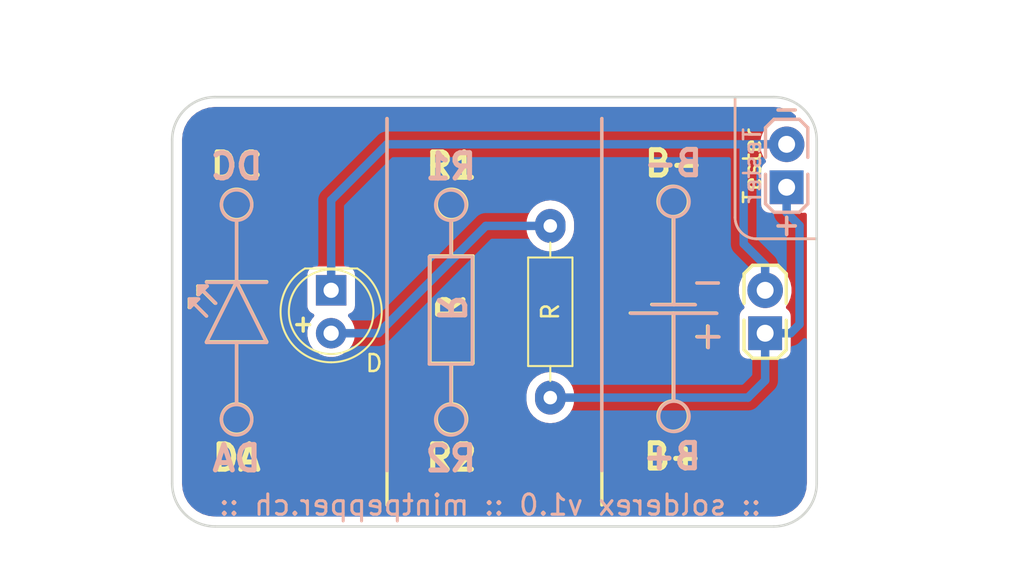
<source format=kicad_pcb>
(kicad_pcb (version 20171130) (host pcbnew "(5.1.4)-1")

  (general
    (thickness 1.6)
    (drawings 124)
    (tracks 18)
    (zones 0)
    (modules 4)
    (nets 4)
  )

  (page A4)
  (layers
    (0 F.Cu signal)
    (31 B.Cu signal)
    (32 B.Adhes user)
    (33 F.Adhes user)
    (34 B.Paste user)
    (35 F.Paste user)
    (36 B.SilkS user)
    (37 F.SilkS user)
    (38 B.Mask user)
    (39 F.Mask user)
    (40 Dwgs.User user)
    (41 Cmts.User user)
    (42 Eco1.User user)
    (43 Eco2.User user)
    (44 Edge.Cuts user)
    (45 Margin user)
    (46 B.CrtYd user)
    (47 F.CrtYd user)
    (48 B.Fab user)
    (49 F.Fab user)
  )

  (setup
    (last_trace_width 0.5)
    (trace_clearance 0.2)
    (zone_clearance 0.508)
    (zone_45_only no)
    (trace_min 0.2)
    (via_size 0.8)
    (via_drill 0.4)
    (via_min_size 0.4)
    (via_min_drill 0.3)
    (uvia_size 0.3)
    (uvia_drill 0.1)
    (uvias_allowed no)
    (uvia_min_size 0.2)
    (uvia_min_drill 0.1)
    (edge_width 0.15)
    (segment_width 0.2)
    (pcb_text_width 0.3)
    (pcb_text_size 1.5 1.5)
    (mod_edge_width 0.15)
    (mod_text_size 1 1)
    (mod_text_width 0.15)
    (pad_size 1.524 1.524)
    (pad_drill 0.762)
    (pad_to_mask_clearance 0.051)
    (solder_mask_min_width 0.25)
    (aux_axis_origin 88.9 50.8)
    (grid_origin 88.9 50.8)
    (visible_elements 7FFFFF7F)
    (pcbplotparams
      (layerselection 0x011f0_ffffffff)
      (usegerberextensions false)
      (usegerberattributes false)
      (usegerberadvancedattributes false)
      (creategerberjobfile false)
      (excludeedgelayer true)
      (linewidth 0.100000)
      (plotframeref false)
      (viasonmask false)
      (mode 1)
      (useauxorigin true)
      (hpglpennumber 1)
      (hpglpenspeed 20)
      (hpglpendiameter 15.000000)
      (psnegative false)
      (psa4output false)
      (plotreference true)
      (plotvalue true)
      (plotinvisibletext false)
      (padsonsilk false)
      (subtractmaskfromsilk false)
      (outputformat 1)
      (mirror false)
      (drillshape 0)
      (scaleselection 1)
      (outputdirectory "gerberV1.0"))
  )

  (net 0 "")
  (net 1 "Net-(D1-Pad2)")
  (net 2 "Net-(B1-Pad1)")
  (net 3 "Net-(B1-Pad2)")

  (net_class Default "This is the default net class."
    (clearance 0.2)
    (trace_width 0.5)
    (via_dia 0.8)
    (via_drill 0.4)
    (uvia_dia 0.3)
    (uvia_drill 0.1)
    (add_net "Net-(B1-Pad1)")
    (add_net "Net-(B1-Pad2)")
    (add_net "Net-(D1-Pad2)")
  )

  (module footprints:RES (layer F.Cu) (tedit 5D8C8FA3) (tstamp 5D8B8410)
    (at 111.252 68.58 90)
    (descr "Resistor, Axial_DIN0207 series, Axial, Horizontal, pin pitch=10.16mm, 0.25W = 1/4W, length*diameter=6.3*2.5mm^2, http://cdn-reichelt.de/documents/datenblatt/B400/1_4W%23YAG.pdf")
    (tags "Resistor Axial_DIN0207 series Axial Horizontal pin pitch 10.16mm 0.25W = 1/4W length 6.3mm diameter 2.5mm")
    (path /5D8B35E2)
    (fp_text reference R1 (at 5.25 0 90) (layer F.SilkS) hide
      (effects (font (size 1 1) (thickness 0.15)))
    )
    (fp_text value R (at 5.08 0 90) (layer F.SilkS)
      (effects (font (size 1 1) (thickness 0.15)))
    )
    (fp_line (start 1.93 -1.25) (end 1.93 1.25) (layer F.Fab) (width 0.1))
    (fp_line (start 1.93 1.25) (end 8.23 1.25) (layer F.Fab) (width 0.1))
    (fp_line (start 8.23 1.25) (end 8.23 -1.25) (layer F.Fab) (width 0.1))
    (fp_line (start 8.23 -1.25) (end 1.93 -1.25) (layer F.Fab) (width 0.1))
    (fp_line (start 0 0) (end 1.93 0) (layer F.Fab) (width 0.1))
    (fp_line (start 10.16 0) (end 8.23 0) (layer F.Fab) (width 0.1))
    (fp_line (start 1.87 -1.31) (end 1.87 1.31) (layer F.SilkS) (width 0.12))
    (fp_line (start 1.87 1.31) (end 8.29 1.31) (layer F.SilkS) (width 0.12))
    (fp_line (start 8.29 1.31) (end 8.29 -1.31) (layer F.SilkS) (width 0.12))
    (fp_line (start 8.29 -1.31) (end 1.87 -1.31) (layer F.SilkS) (width 0.12))
    (fp_line (start 0.98 0) (end 1.87 0) (layer F.SilkS) (width 0.12))
    (fp_line (start 9.18 0) (end 8.29 0) (layer F.SilkS) (width 0.12))
    (fp_line (start -1.05 -1.6) (end -1.05 1.6) (layer F.CrtYd) (width 0.05))
    (fp_line (start -1.05 1.6) (end 11.25 1.6) (layer F.CrtYd) (width 0.05))
    (fp_line (start 11.25 1.6) (end 11.25 -1.6) (layer F.CrtYd) (width 0.05))
    (fp_line (start 11.25 -1.6) (end -1.05 -1.6) (layer F.CrtYd) (width 0.05))
    (pad 1 thru_hole oval (at 0 0 90) (size 2 1.8) (drill 0.8) (layers *.Cu *.Mask)
      (net 2 "Net-(B1-Pad1)"))
    (pad 2 thru_hole oval (at 10.16 0 90) (size 2 1.8) (drill 0.8) (layers *.Cu *.Mask)
      (net 1 "Net-(D1-Pad2)"))
    (model ${KISYS3DMOD}/Resistor_THT.3dshapes/R_Axial_DIN0207_L6.3mm_D2.5mm_P10.16mm_Horizontal.step
      (at (xyz 0 0 0))
      (scale (xyz 1 1 1))
      (rotate (xyz 0 0 0))
    )
  )

  (module LED_THT:LED_D5.0mm (layer F.Cu) (tedit 5D8C8FD8) (tstamp 5D8B81F6)
    (at 98.298 62.23 270)
    (descr "LED, diameter 5.0mm, 2 pins, http://cdn-reichelt.de/documents/datenblatt/A500/LL-504BC2E-009.pdf")
    (tags "LED diameter 5.0mm 2 pins")
    (path /5D8B3911)
    (fp_text reference D1 (at 5.334 0) (layer F.SilkS) hide
      (effects (font (size 1 1) (thickness 0.15)))
    )
    (fp_text value D (at 4.318 -2.54) (layer F.SilkS)
      (effects (font (size 1 1) (thickness 0.15)))
    )
    (fp_arc (start 1.27 0) (end -1.23 -1.469694) (angle 299.1) (layer F.Fab) (width 0.1))
    (fp_arc (start 1.27 0) (end -1.29 -1.54483) (angle 148.9) (layer F.SilkS) (width 0.12))
    (fp_arc (start 1.27 0) (end -1.29 1.54483) (angle -148.9) (layer F.SilkS) (width 0.12))
    (fp_circle (center 1.27 0) (end 3.77 0) (layer F.Fab) (width 0.1))
    (fp_circle (center 1.27 0) (end 3.77 0) (layer F.SilkS) (width 0.12))
    (fp_line (start -1.23 -1.469694) (end -1.23 1.469694) (layer F.Fab) (width 0.1))
    (fp_line (start -1.29 -1.545) (end -1.29 1.545) (layer F.SilkS) (width 0.12))
    (fp_line (start -1.95 -3.25) (end -1.95 3.25) (layer F.CrtYd) (width 0.05))
    (fp_line (start -1.95 3.25) (end 4.5 3.25) (layer F.CrtYd) (width 0.05))
    (fp_line (start 4.5 3.25) (end 4.5 -3.25) (layer F.CrtYd) (width 0.05))
    (fp_line (start 4.5 -3.25) (end -1.95 -3.25) (layer F.CrtYd) (width 0.05))
    (fp_text user %R (at 1.25 0 270) (layer F.Fab)
      (effects (font (size 0.8 0.8) (thickness 0.2)))
    )
    (pad 1 thru_hole rect (at 0 0 270) (size 1.8 1.8) (drill 0.9) (layers *.Cu *.Mask)
      (net 3 "Net-(B1-Pad2)"))
    (pad 2 thru_hole circle (at 2.54 0 270) (size 1.8 1.8) (drill 0.9) (layers *.Cu *.Mask)
      (net 1 "Net-(D1-Pad2)"))
    (model ${KISYS3DMOD}/LED_THT.3dshapes/LED_D5.0mm_Clear.step
      (offset (xyz 0 0 -3.174999952316284))
      (scale (xyz 1 1 1))
      (rotate (xyz 0 0 0))
    )
  )

  (module footprints:BATT (layer F.Cu) (tedit 5D9DDE65) (tstamp 5D9DE878)
    (at 123.952 63.5)
    (path /5D8B380C)
    (fp_text reference B1 (at -7.62 0) (layer F.SilkS) hide
      (effects (font (size 1 1) (thickness 0.15)))
    )
    (fp_text value Batt (at -2.54 0 90) (layer F.SilkS) hide
      (effects (font (size 1 1) (thickness 0.15)))
    )
    (fp_line (start -0.75 -2.75) (end 0.75 -2.75) (layer F.SilkS) (width 0.2))
    (fp_line (start 0.75 -2.75) (end 1.25 -2.25) (layer F.SilkS) (width 0.2))
    (fp_line (start 1.25 -2.25) (end 1.25 -0.5) (layer F.SilkS) (width 0.2))
    (fp_line (start 1.25 0.5) (end 1.25 2.25) (layer F.SilkS) (width 0.2))
    (fp_line (start 1.25 2.25) (end 0.75 2.75) (layer F.SilkS) (width 0.2))
    (fp_line (start 0.75 2.75) (end -0.75 2.75) (layer F.SilkS) (width 0.2))
    (fp_line (start -0.75 2.75) (end -1.25 2.25) (layer F.SilkS) (width 0.2))
    (fp_line (start -1.25 2.25) (end -1.25 0.5) (layer F.SilkS) (width 0.2))
    (fp_line (start -1.25 -0.5) (end -1.25 -2.25) (layer F.SilkS) (width 0.2))
    (fp_line (start -1.25 -2.25) (end -0.75 -2.75) (layer F.SilkS) (width 0.2))
    (pad 1 thru_hole rect (at 0 1.27) (size 2 2) (drill 1) (layers *.Cu *.Mask)
      (net 2 "Net-(B1-Pad1)"))
    (pad 2 thru_hole circle (at 0 -1.27) (size 2.1 2.1) (drill 1) (layers *.Cu *.Mask)
      (net 3 "Net-(B1-Pad2)"))
  )

  (module footprints:BATT (layer B.Cu) (tedit 5D8B6E40) (tstamp 5D9DEF7E)
    (at 125.222 54.864 180)
    (path /5D9DDBC5)
    (fp_text reference J1 (at -7.62 0 180) (layer B.SilkS) hide
      (effects (font (size 1 1) (thickness 0.15)) (justify mirror))
    )
    (fp_text value Tester (at 2.032 0 90) (layer B.SilkS)
      (effects (font (size 1 1) (thickness 0.15)) (justify mirror))
    )
    (fp_line (start -1.25 2.25) (end -0.75 2.75) (layer B.SilkS) (width 0.2))
    (fp_line (start -1.25 0.5) (end -1.25 2.25) (layer B.SilkS) (width 0.2))
    (fp_line (start -1.25 -2.25) (end -1.25 -0.5) (layer B.SilkS) (width 0.2))
    (fp_line (start -0.75 -2.75) (end -1.25 -2.25) (layer B.SilkS) (width 0.2))
    (fp_line (start 0.75 -2.75) (end -0.75 -2.75) (layer B.SilkS) (width 0.2))
    (fp_line (start 1.25 -2.25) (end 0.75 -2.75) (layer B.SilkS) (width 0.2))
    (fp_line (start 1.25 -0.5) (end 1.25 -2.25) (layer B.SilkS) (width 0.2))
    (fp_line (start 1.25 2.25) (end 1.25 0.5) (layer B.SilkS) (width 0.2))
    (fp_line (start 0.75 2.75) (end 1.25 2.25) (layer B.SilkS) (width 0.2))
    (fp_line (start -0.75 2.75) (end 0.75 2.75) (layer B.SilkS) (width 0.2))
    (pad 2 thru_hole circle (at 0 1.27 180) (size 2.1 2.1) (drill 1) (layers *.Cu *.Mask)
      (net 3 "Net-(B1-Pad2)"))
    (pad 1 thru_hole rect (at 0 -1.27 180) (size 2 2) (drill 1) (layers *.Cu *.Mask)
      (net 2 "Net-(B1-Pad1)"))
    (model ${KISYS3DMOD}/Connector_PinHeader_2.54mm.3dshapes/PinHeader_1x02_P2.54mm_Vertical.step
      (offset (xyz 0 1.27 0))
      (scale (xyz 1 1 1))
      (rotate (xyz 0 0 0))
    )
  )

  (gr_text R2.54mm (at 135.636 78.486) (layer Dwgs.User)
    (effects (font (size 1 1) (thickness 0.15)))
  )
  (gr_line (start 126.238 75.438) (end 133.096 78.232) (layer Dwgs.User) (width 0.15))
  (gr_arc (start 123.444 57.912) (end 122.174 57.912) (angle -90) (layer F.SilkS) (width 0.15) (tstamp 5DA57A33))
  (gr_line (start 123.444 59.182) (end 127 59.182) (layer B.SilkS) (width 0.15) (tstamp 5DA57A32))
  (gr_line (start 122.174 50.8) (end 122.174 57.912) (layer F.SilkS) (width 0.15) (tstamp 5DA57A31))
  (gr_arc (start 123.444 57.912) (end 122.174 57.912) (angle -90) (layer B.SilkS) (width 0.15))
  (gr_line (start 123.444 59.182) (end 127 59.182) (layer F.SilkS) (width 0.15))
  (gr_line (start 122.174 50.8) (end 122.174 57.912) (layer B.SilkS) (width 0.15))
  (gr_text ":: solderex v1.0 :: mintpepper.ch ::" (at 107.696 74.93) (layer B.SilkS)
    (effects (font (size 1.2 1.2) (thickness 0.18)) (justify mirror))
  )
  (gr_text Tester (at 123.19 54.864 90) (layer F.SilkS)
    (effects (font (size 1 1) (thickness 0.15)))
  )
  (gr_line (start 125.73 51.562) (end 124.714 51.562) (layer B.SilkS) (width 0.2) (tstamp 5D9DF001))
  (gr_line (start 124.714 58.42) (end 125.73 58.42) (layer B.SilkS) (width 0.2) (tstamp 5D9DEFFB))
  (gr_line (start 125.222 58.928) (end 125.222 57.912) (layer B.SilkS) (width 0.2) (tstamp 5D9DEFFA))
  (gr_line (start 125.222 57.912) (end 125.222 58.928) (layer F.SilkS) (width 0.2))
  (gr_line (start 124.714 58.42) (end 125.73 58.42) (layer F.SilkS) (width 0.2))
  (gr_line (start 125.73 51.562) (end 124.714 51.562) (layer F.SilkS) (width 0.2))
  (dimension 38.1 (width 0.3) (layer Dwgs.User)
    (gr_text "38.100 mm" (at 107.95 46.16) (layer Dwgs.User)
      (effects (font (size 1.5 1.5) (thickness 0.3)))
    )
    (feature1 (pts (xy 127 50.8) (xy 127 47.673579)))
    (feature2 (pts (xy 88.9 50.8) (xy 88.9 47.673579)))
    (crossbar (pts (xy 88.9 48.26) (xy 127 48.26)))
    (arrow1a (pts (xy 127 48.26) (xy 125.873496 48.846421)))
    (arrow1b (pts (xy 127 48.26) (xy 125.873496 47.673579)))
    (arrow2a (pts (xy 88.9 48.26) (xy 90.026504 48.846421)))
    (arrow2b (pts (xy 88.9 48.26) (xy 90.026504 47.673579)))
  )
  (dimension 25.4 (width 0.3) (layer Dwgs.User)
    (gr_text "25.400 mm" (at 84.26 63.5 270) (layer Dwgs.User)
      (effects (font (size 1.5 1.5) (thickness 0.3)))
    )
    (feature1 (pts (xy 88.9 76.2) (xy 85.773579 76.2)))
    (feature2 (pts (xy 88.9 50.8) (xy 85.773579 50.8)))
    (crossbar (pts (xy 86.36 50.8) (xy 86.36 76.2)))
    (arrow1a (pts (xy 86.36 76.2) (xy 85.773579 75.073496)))
    (arrow1b (pts (xy 86.36 76.2) (xy 86.946421 75.073496)))
    (arrow2a (pts (xy 86.36 50.8) (xy 85.773579 51.926504)))
    (arrow2b (pts (xy 86.36 50.8) (xy 86.946421 51.926504)))
  )
  (gr_text DC (at 92.70573 54.903996) (layer B.SilkS) (tstamp 5D8CBA71)
    (effects (font (size 1.5 1.5) (thickness 0.3)) (justify mirror))
  )
  (gr_text DA (at 92.70573 72.175996) (layer B.SilkS) (tstamp 5D8CBA70)
    (effects (font (size 1.5 1.5) (thickness 0.3)) (justify mirror))
  )
  (gr_text R2 (at 105.371658 72.182585) (layer B.SilkS) (tstamp 5D8CBA6F)
    (effects (font (size 1.5 1.5) (thickness 0.3)) (justify mirror))
  )
  (gr_text R (at 105.371658 63.292585 270) (layer B.SilkS) (tstamp 5D8CBA6E)
    (effects (font (size 1.5 1.5) (thickness 0.3)) (justify mirror))
  )
  (gr_text B+ (at 118.44654 72.053416) (layer B.SilkS) (tstamp 5D9DF0A3)
    (effects (font (size 1.5 1.5) (thickness 0.3)) (justify mirror))
  )
  (gr_text R1 (at 105.371658 54.910585) (layer B.SilkS) (tstamp 5D8CBA6C)
    (effects (font (size 1.5 1.5) (thickness 0.3)) (justify mirror))
  )
  (gr_text B- (at 118.512214 54.714972) (layer B.SilkS) (tstamp 5D9DF0A6)
    (effects (font (size 1.5 1.5) (thickness 0.3)) (justify mirror))
  )
  (gr_line (start 90.932 63.754) (end 89.916 62.738) (layer B.SilkS) (width 0.2) (tstamp 5D8CBA6A))
  (gr_line (start 90.463996 61.98027) (end 90.971996 61.98027) (layer B.SilkS) (width 0.2) (tstamp 5D8CBA69))
  (gr_line (start 91.479996 62.99627) (end 90.463996 61.98027) (layer B.SilkS) (width 0.2) (tstamp 5D8CBA68))
  (gr_line (start 90.209996 62.74227) (end 90.209996 62.99627) (layer B.SilkS) (width 0.2) (tstamp 5D8CBA67))
  (gr_line (start 90.971996 61.98027) (end 90.717996 62.23427) (layer B.SilkS) (width 0.2) (tstamp 5D8CBA66))
  (gr_line (start 89.955996 62.99627) (end 90.209996 62.99627) (layer B.SilkS) (width 0.2) (tstamp 5D8CBA65))
  (gr_line (start 89.955996 63.25027) (end 89.955996 62.99627) (layer B.SilkS) (width 0.2) (tstamp 5D8CBA64))
  (gr_line (start 90.463996 62.74227) (end 89.955996 63.25027) (layer B.SilkS) (width 0.2) (tstamp 5D8CBA63))
  (gr_line (start 90.463996 61.98027) (end 90.463996 62.48827) (layer B.SilkS) (width 0.2) (tstamp 5D8CBA62))
  (gr_line (start 90.463996 62.23427) (end 90.463996 62.48827) (layer B.SilkS) (width 0.2) (tstamp 5D8CBA61))
  (gr_line (start 90.971996 61.98027) (end 90.463996 62.23427) (layer B.SilkS) (width 0.2) (tstamp 5D8CBA60))
  (gr_line (start 89.955996 62.74227) (end 89.955996 63.25027) (layer B.SilkS) (width 0.2) (tstamp 5D8CBA5F))
  (gr_line (start 89.955996 62.74227) (end 90.463996 62.74227) (layer B.SilkS) (width 0.2) (tstamp 5D8CBA5E))
  (gr_line (start 90.463996 62.48827) (end 90.717996 62.23427) (layer B.SilkS) (width 0.2) (tstamp 5D8CBA5D))
  (gr_circle (center 92.70573 57.189996) (end 92.07073 56.554996) (layer B.SilkS) (width 0.2) (tstamp 5D8CBA5C))
  (gr_line (start 117.289406 63.08562) (end 119.829406 63.08562) (layer B.SilkS) (width 0.2) (tstamp 5D9DF0B5))
  (gr_line (start 118.559406 63.08562) (end 118.559406 58.00562) (layer B.SilkS) (width 0.2) (tstamp 5D9DF0BE))
  (gr_circle (center 118.559406 69.68962) (end 119.194406 70.32462) (layer B.SilkS) (width 0.2) (tstamp 5D9DF0B8))
  (gr_line (start 118.559406 63.59362) (end 118.559406 68.67362) (layer B.SilkS) (width 0.2) (tstamp 5D9DF0AF))
  (gr_line (start 106.641658 60.244585) (end 104.101658 60.244585) (layer B.SilkS) (width 0.2) (tstamp 5D8CBA57))
  (gr_line (start 104.101658 60.244585) (end 104.101658 66.594585) (layer B.SilkS) (width 0.2) (tstamp 5D8CBA56))
  (gr_circle (center 118.559406 56.98962) (end 119.194406 57.62462) (layer B.SilkS) (width 0.2) (tstamp 5D9DF0AC))
  (gr_line (start 105.371658 60.244585) (end 105.371658 58.212585) (layer B.SilkS) (width 0.2) (tstamp 5D8CBA54))
  (gr_line (start 119.956406 64.99062) (end 121.226406 64.99062) (layer B.SilkS) (width 0.2) (tstamp 5D9DF0BB))
  (gr_line (start 114.3 72.898) (end 114.3 52.07) (layer B.SilkS) (width 0.2) (tstamp 5D8CBA52))
  (gr_circle (center 92.70573 69.889996) (end 92.07073 69.254996) (layer B.SilkS) (width 0.2) (tstamp 5D8CBA51))
  (gr_line (start 120.591406 65.62562) (end 120.591406 64.35562) (layer B.SilkS) (width 0.2) (tstamp 5D9DF0B2))
  (gr_circle (center 105.371658 69.896585) (end 104.736658 69.261585) (layer B.SilkS) (width 0.2) (tstamp 5D8CBA4F))
  (gr_line (start 119.916296 61.798326) (end 121.186296 61.798326) (layer B.SilkS) (width 0.2) (tstamp 5D9DF0A9))
  (gr_line (start 101.6 72.898) (end 101.6 52.07) (layer B.SilkS) (width 0.2) (tstamp 5D8CBA4D))
  (gr_line (start 105.371658 66.594585) (end 105.371658 68.880585) (layer B.SilkS) (width 0.2) (tstamp 5D8CBA4C))
  (gr_line (start 106.641658 66.594585) (end 106.641658 60.244585) (layer B.SilkS) (width 0.2) (tstamp 5D8CBA4B))
  (gr_line (start 92.70573 65.317996) (end 92.70573 68.873996) (layer B.SilkS) (width 0.2) (tstamp 5D8CBA4A))
  (gr_line (start 104.101658 66.594585) (end 106.641658 66.594585) (layer B.SilkS) (width 0.2) (tstamp 5D8CBA49))
  (gr_circle (center 105.371658 57.196585) (end 104.736658 56.561585) (layer B.SilkS) (width 0.2) (tstamp 5D8CBA48))
  (gr_line (start 92.70573 61.761996) (end 92.70573 58.205996) (layer B.SilkS) (width 0.2) (tstamp 5D8CBA47))
  (gr_line (start 121.099406 63.59362) (end 116.019406 63.59362) (layer B.SilkS) (width 0.2) (tstamp 5D9DF09A))
  (gr_line (start 94.48373 61.761996) (end 90.92773 61.761996) (layer B.SilkS) (width 0.2) (tstamp 5D8CBA45))
  (gr_line (start 94.48373 65.317996) (end 92.70573 61.761996) (layer B.SilkS) (width 0.2) (tstamp 5D8CBA42))
  (gr_line (start 90.92773 65.317996) (end 94.48373 65.317996) (layer B.SilkS) (width 0.2) (tstamp 5D8CBA41))
  (gr_line (start 92.70573 61.761996) (end 90.92773 65.317996) (layer B.SilkS) (width 0.2) (tstamp 5D8CBA40))
  (gr_text DA (at 92.71 72.136) (layer F.SilkS) (tstamp 5D8CB666)
    (effects (font (size 1.5 1.5) (thickness 0.3)))
  )
  (gr_text DC (at 92.71 54.864) (layer F.SilkS) (tstamp 5D8CB658)
    (effects (font (size 1.5 1.5) (thickness 0.3)))
  )
  (gr_line (start 90.424 62.23) (end 90.678 62.23) (layer F.SilkS) (width 0.2))
  (gr_line (start 90.678 61.976) (end 90.678 62.23) (layer F.SilkS) (width 0.2))
  (gr_line (start 90.932 61.976) (end 90.678 61.976) (layer F.SilkS) (width 0.2))
  (gr_line (start 90.424 62.484) (end 90.932 61.976) (layer F.SilkS) (width 0.2))
  (gr_line (start 89.916 63.246) (end 90.17 62.992) (layer F.SilkS) (width 0.2))
  (gr_line (start 90.424 62.738) (end 90.17 62.992) (layer F.SilkS) (width 0.2))
  (gr_line (start 90.17 62.738) (end 90.424 62.738) (layer F.SilkS) (width 0.2))
  (gr_line (start 89.916 63.246) (end 90.17 62.738) (layer F.SilkS) (width 0.2))
  (gr_line (start 89.916 62.738) (end 90.424 62.738) (layer F.SilkS) (width 0.2))
  (gr_line (start 90.424 61.976) (end 90.932 61.976) (layer F.SilkS) (width 0.2))
  (gr_line (start 90.424 61.976) (end 90.424 62.484) (layer F.SilkS) (width 0.2))
  (gr_line (start 91.44 62.992) (end 90.424 61.976) (layer F.SilkS) (width 0.2))
  (gr_line (start 89.916 62.738) (end 89.916 63.246) (layer F.SilkS) (width 0.2))
  (gr_line (start 90.932 63.754) (end 89.916 62.738) (layer F.SilkS) (width 0.2))
  (gr_line (start 90.932 65.278) (end 92.71 61.722) (layer F.SilkS) (width 0.2))
  (gr_line (start 94.488 65.278) (end 90.932 65.278) (layer F.SilkS) (width 0.2))
  (gr_line (start 92.71 61.722) (end 94.488 65.278) (layer F.SilkS) (width 0.2))
  (gr_line (start 90.932 61.722) (end 94.488 61.722) (layer F.SilkS) (width 0.2))
  (gr_line (start 96.647 63.881) (end 96.647 64.643) (layer F.SilkS) (width 0.2))
  (gr_line (start 96.266 64.262) (end 97.028 64.262) (layer F.SilkS) (width 0.2))
  (gr_circle (center 92.71 57.15) (end 93.345 56.515) (layer F.SilkS) (width 0.2) (tstamp 5D8C8B2F))
  (gr_circle (center 92.71 69.85) (end 93.345 69.215) (layer F.SilkS) (width 0.2) (tstamp 5D8C8B2E))
  (gr_line (start 92.71 61.722) (end 92.71 58.166) (layer F.SilkS) (width 0.2) (tstamp 5D8C8B2D))
  (gr_line (start 92.71 65.278) (end 92.71 68.834) (layer F.SilkS) (width 0.2) (tstamp 5D8C8B2C))
  (gr_text R2 (at 105.41 72.136) (layer F.SilkS) (tstamp 5D8C8AD3)
    (effects (font (size 1.5 1.5) (thickness 0.3)))
  )
  (gr_text R1 (at 105.41 54.864) (layer F.SilkS) (tstamp 5D8C8AD0)
    (effects (font (size 1.5 1.5) (thickness 0.3)))
  )
  (gr_text R (at 105.41 63.246 90) (layer F.SilkS)
    (effects (font (size 1.5 1.5) (thickness 0.3)))
  )
  (gr_line (start 104.14 66.548) (end 104.14 60.198) (layer F.SilkS) (width 0.2))
  (gr_line (start 106.68 66.548) (end 104.14 66.548) (layer F.SilkS) (width 0.2))
  (gr_line (start 106.68 60.198) (end 106.68 66.548) (layer F.SilkS) (width 0.2))
  (gr_line (start 104.14 60.198) (end 106.68 60.198) (layer F.SilkS) (width 0.2))
  (gr_line (start 105.41 60.198) (end 105.41 58.166) (layer F.SilkS) (width 0.2) (tstamp 5D8C8AAF))
  (gr_line (start 105.41 66.548) (end 105.41 68.834) (layer F.SilkS) (width 0.2) (tstamp 5D8C8AAE))
  (gr_circle (center 105.41 57.15) (end 106.045 56.515) (layer F.SilkS) (width 0.2) (tstamp 5D8C8AAD))
  (gr_circle (center 105.41 69.85) (end 106.045 69.215) (layer F.SilkS) (width 0.2) (tstamp 5D8C8AAC))
  (gr_line (start 114.3 52.07) (end 114.3 74.93) (layer F.SilkS) (width 0.2))
  (gr_line (start 101.6 52.07) (end 101.6 74.93) (layer F.SilkS) (width 0.2))
  (gr_line (start 121.186296 61.798326) (end 119.916296 61.798326) (layer F.SilkS) (width 0.2) (tstamp 5D9DF0CA))
  (gr_line (start 120.551296 65.608326) (end 120.551296 64.338326) (layer F.SilkS) (width 0.2) (tstamp 5D9DF0C7))
  (gr_line (start 121.186296 64.973326) (end 119.916296 64.973326) (layer F.SilkS) (width 0.2) (tstamp 5D9DF0C4))
  (gr_text B+ (at 118.48665 72.07071) (layer F.SilkS) (tstamp 5D9DF09D)
    (effects (font (size 1.5 1.5) (thickness 0.3)))
  )
  (gr_text B- (at 118.552324 54.732266) (layer F.SilkS) (tstamp 5D9DF0A0)
    (effects (font (size 1.5 1.5) (thickness 0.3)))
  )
  (gr_circle (center 118.519296 56.972326) (end 117.884296 57.607326) (layer F.SilkS) (width 0.2) (tstamp 5D9DF0C1))
  (gr_circle (center 118.519296 69.672326) (end 117.884296 70.307326) (layer F.SilkS) (width 0.2) (tstamp 5D9DF094))
  (gr_line (start 118.519296 63.576326) (end 118.519296 68.656326) (layer F.SilkS) (width 0.2) (tstamp 5D9DF097))
  (gr_line (start 118.519296 63.068326) (end 118.519296 57.988326) (layer F.SilkS) (width 0.2) (tstamp 5D9DF091))
  (gr_line (start 119.789296 63.068326) (end 117.249296 63.068326) (layer F.SilkS) (width 0.2) (tstamp 5D9DF08E))
  (gr_line (start 115.979296 63.576326) (end 121.059296 63.576326) (layer F.SilkS) (width 0.2) (tstamp 5D9DF08B))
  (gr_arc (start 91.44 73.66) (end 88.9 73.66) (angle -90) (layer Edge.Cuts) (width 0.15))
  (gr_arc (start 124.46 73.66) (end 124.46 76.2) (angle -90) (layer Edge.Cuts) (width 0.15))
  (gr_arc (start 124.46 53.34) (end 127 53.34) (angle -90) (layer Edge.Cuts) (width 0.15))
  (gr_arc (start 91.44 53.34) (end 91.44 50.8) (angle -90) (layer Edge.Cuts) (width 0.15))
  (gr_line (start 88.9 73.66) (end 88.9 53.34) (layer Edge.Cuts) (width 0.15))
  (gr_line (start 124.46 76.2) (end 91.44 76.2) (layer Edge.Cuts) (width 0.15))
  (gr_line (start 127 53.34) (end 127 73.66) (layer Edge.Cuts) (width 0.15))
  (gr_line (start 91.44 50.8) (end 124.46 50.8) (layer Edge.Cuts) (width 0.15))

  (segment (start 98.298 64.77) (end 101.092 64.77) (width 0.5) (layer B.Cu) (net 1))
  (segment (start 107.442 58.42) (end 111.252 58.42) (width 0.5) (layer B.Cu) (net 1))
  (segment (start 101.092 64.77) (end 107.442 58.42) (width 0.5) (layer B.Cu) (net 1))
  (segment (start 125.222 57.634) (end 125.984 58.396) (width 0.5) (layer B.Cu) (net 2))
  (segment (start 125.222 56.134) (end 125.222 57.634) (width 0.5) (layer B.Cu) (net 2))
  (segment (start 125.452 64.77) (end 123.952 64.77) (width 0.5) (layer B.Cu) (net 2))
  (segment (start 125.984 64.238) (end 125.452 64.77) (width 0.5) (layer B.Cu) (net 2))
  (segment (start 125.984 58.396) (end 125.984 64.238) (width 0.5) (layer B.Cu) (net 2))
  (segment (start 123.952 67.564) (end 123.952 64.77) (width 0.5) (layer B.Cu) (net 2))
  (segment (start 111.252 68.58) (end 122.936 68.58) (width 0.5) (layer B.Cu) (net 2))
  (segment (start 122.936 68.58) (end 123.952 67.564) (width 0.5) (layer B.Cu) (net 2))
  (segment (start 98.298 62.23) (end 98.298 56.896) (width 0.5) (layer B.Cu) (net 3))
  (segment (start 98.298 56.896) (end 101.6 53.594) (width 0.5) (layer B.Cu) (net 3))
  (segment (start 122.682 59.475076) (end 122.682 53.594) (width 0.5) (layer B.Cu) (net 3))
  (segment (start 123.952 60.745076) (end 122.682 59.475076) (width 0.5) (layer B.Cu) (net 3))
  (segment (start 123.952 62.23) (end 123.952 60.745076) (width 0.5) (layer B.Cu) (net 3))
  (segment (start 101.6 53.594) (end 122.682 53.594) (width 0.5) (layer B.Cu) (net 3))
  (segment (start 122.682 53.594) (end 125.222 53.594) (width 0.5) (layer B.Cu) (net 3))

  (zone (net 0) (net_name "") (layer B.Cu) (tstamp 5DA57D93) (hatch edge 0.508)
    (connect_pads (clearance 0.508))
    (min_thickness 0.254)
    (fill yes (arc_segments 16) (thermal_gap 0.4) (thermal_bridge_width 0.5))
    (polygon
      (pts
        (xy 88.9 53.086) (xy 91.059 50.8) (xy 124.714 50.8) (xy 127 52.959) (xy 127 74.041)
        (xy 124.587 76.2) (xy 106.7435 76.2) (xy 91.186 76.2) (xy 88.9 73.914)
      )
    )
    (filled_polygon
      (pts
        (xy 124.814785 51.548191) (xy 125.15606 51.651228) (xy 125.470822 51.81859) (xy 125.644162 51.959962) (xy 125.387958 51.909)
        (xy 125.056042 51.909) (xy 124.730504 51.973754) (xy 124.423853 52.100772) (xy 124.147875 52.285175) (xy 123.913175 52.519875)
        (xy 123.786805 52.709) (xy 122.725477 52.709) (xy 122.682 52.704718) (xy 122.638524 52.709) (xy 101.643465 52.709)
        (xy 101.599999 52.704719) (xy 101.556533 52.709) (xy 101.556523 52.709) (xy 101.42651 52.721805) (xy 101.259687 52.772411)
        (xy 101.105941 52.854589) (xy 101.105939 52.85459) (xy 101.10594 52.85459) (xy 101.004953 52.937468) (xy 101.004951 52.93747)
        (xy 100.971183 52.965183) (xy 100.94347 52.998951) (xy 97.702951 56.239471) (xy 97.669184 56.267183) (xy 97.641471 56.300951)
        (xy 97.641468 56.300954) (xy 97.55859 56.401941) (xy 97.476412 56.555687) (xy 97.425805 56.72251) (xy 97.408719 56.896)
        (xy 97.413001 56.939479) (xy 97.413 60.691928) (xy 97.398 60.691928) (xy 97.273518 60.704188) (xy 97.15382 60.740498)
        (xy 97.043506 60.799463) (xy 96.946815 60.878815) (xy 96.867463 60.975506) (xy 96.808498 61.08582) (xy 96.772188 61.205518)
        (xy 96.759928 61.33) (xy 96.759928 63.13) (xy 96.772188 63.254482) (xy 96.808498 63.37418) (xy 96.867463 63.484494)
        (xy 96.946815 63.581185) (xy 97.043506 63.660537) (xy 97.15382 63.719502) (xy 97.172127 63.725056) (xy 97.105688 63.791495)
        (xy 96.937701 64.042905) (xy 96.821989 64.322257) (xy 96.763 64.618816) (xy 96.763 64.921184) (xy 96.821989 65.217743)
        (xy 96.937701 65.497095) (xy 97.105688 65.748505) (xy 97.319495 65.962312) (xy 97.570905 66.130299) (xy 97.850257 66.246011)
        (xy 98.146816 66.305) (xy 98.449184 66.305) (xy 98.745743 66.246011) (xy 99.025095 66.130299) (xy 99.276505 65.962312)
        (xy 99.490312 65.748505) (xy 99.55279 65.655) (xy 101.048531 65.655) (xy 101.092 65.659281) (xy 101.135469 65.655)
        (xy 101.135477 65.655) (xy 101.26549 65.642195) (xy 101.432313 65.591589) (xy 101.586059 65.509411) (xy 101.720817 65.398817)
        (xy 101.748534 65.365044) (xy 107.808579 59.305) (xy 109.931073 59.305) (xy 109.969519 59.376927) (xy 110.161339 59.610661)
        (xy 110.395074 59.802481) (xy 110.66174 59.945017) (xy 110.951088 60.03279) (xy 111.252 60.062427) (xy 111.552913 60.03279)
        (xy 111.842261 59.945017) (xy 112.108927 59.802481) (xy 112.342661 59.610661) (xy 112.534481 59.376927) (xy 112.677017 59.11026)
        (xy 112.76479 58.820912) (xy 112.787 58.595407) (xy 112.787 58.244592) (xy 112.76479 58.019087) (xy 112.677017 57.729739)
        (xy 112.534481 57.463073) (xy 112.342661 57.229339) (xy 112.108926 57.037519) (xy 111.84226 56.894983) (xy 111.552912 56.80721)
        (xy 111.252 56.777573) (xy 110.951087 56.80721) (xy 110.661739 56.894983) (xy 110.395073 57.037519) (xy 110.161339 57.229339)
        (xy 109.969519 57.463074) (xy 109.931074 57.535) (xy 107.485465 57.535) (xy 107.441999 57.530719) (xy 107.398533 57.535)
        (xy 107.398523 57.535) (xy 107.26851 57.547805) (xy 107.101687 57.598411) (xy 106.947941 57.680589) (xy 106.947939 57.68059)
        (xy 106.94794 57.68059) (xy 106.846953 57.763468) (xy 106.846951 57.76347) (xy 106.813183 57.791183) (xy 106.78547 57.824951)
        (xy 100.725422 63.885) (xy 99.55279 63.885) (xy 99.490312 63.791495) (xy 99.423873 63.725056) (xy 99.44218 63.719502)
        (xy 99.552494 63.660537) (xy 99.649185 63.581185) (xy 99.728537 63.484494) (xy 99.787502 63.37418) (xy 99.823812 63.254482)
        (xy 99.836072 63.13) (xy 99.836072 61.33) (xy 99.823812 61.205518) (xy 99.787502 61.08582) (xy 99.728537 60.975506)
        (xy 99.649185 60.878815) (xy 99.552494 60.799463) (xy 99.44218 60.740498) (xy 99.322482 60.704188) (xy 99.198 60.691928)
        (xy 99.183 60.691928) (xy 99.183 57.262578) (xy 101.966579 54.479) (xy 121.797001 54.479) (xy 121.797 59.431607)
        (xy 121.792719 59.475076) (xy 121.797 59.518545) (xy 121.797 59.518552) (xy 121.809805 59.648565) (xy 121.860411 59.815388)
        (xy 121.942589 59.969134) (xy 122.053183 60.103893) (xy 122.086956 60.13161) (xy 122.877198 60.921852) (xy 122.643175 61.155875)
        (xy 122.458772 61.431853) (xy 122.331754 61.738504) (xy 122.267 62.064042) (xy 122.267 62.395958) (xy 122.331754 62.721496)
        (xy 122.458772 63.028147) (xy 122.599321 63.238493) (xy 122.597506 63.239463) (xy 122.500815 63.318815) (xy 122.421463 63.415506)
        (xy 122.362498 63.52582) (xy 122.326188 63.645518) (xy 122.313928 63.77) (xy 122.313928 65.77) (xy 122.326188 65.894482)
        (xy 122.362498 66.01418) (xy 122.421463 66.124494) (xy 122.500815 66.221185) (xy 122.597506 66.300537) (xy 122.70782 66.359502)
        (xy 122.827518 66.395812) (xy 122.952 66.408072) (xy 123.067 66.408072) (xy 123.067 67.197421) (xy 122.569422 67.695)
        (xy 112.572927 67.695) (xy 112.534481 67.623073) (xy 112.342661 67.389339) (xy 112.108926 67.197519) (xy 111.84226 67.054983)
        (xy 111.552912 66.96721) (xy 111.252 66.937573) (xy 110.951087 66.96721) (xy 110.661739 67.054983) (xy 110.395073 67.197519)
        (xy 110.161339 67.389339) (xy 109.969519 67.623074) (xy 109.826983 67.88974) (xy 109.73921 68.179088) (xy 109.717 68.404593)
        (xy 109.717 68.755408) (xy 109.73921 68.980913) (xy 109.826983 69.270261) (xy 109.969519 69.536927) (xy 110.161339 69.770661)
        (xy 110.395074 69.962481) (xy 110.66174 70.105017) (xy 110.951088 70.19279) (xy 111.252 70.222427) (xy 111.552913 70.19279)
        (xy 111.842261 70.105017) (xy 112.108927 69.962481) (xy 112.342661 69.770661) (xy 112.534481 69.536927) (xy 112.572927 69.465)
        (xy 122.892531 69.465) (xy 122.936 69.469281) (xy 122.979469 69.465) (xy 122.979477 69.465) (xy 123.10949 69.452195)
        (xy 123.276313 69.401589) (xy 123.430059 69.319411) (xy 123.564817 69.208817) (xy 123.592534 69.175044) (xy 124.54705 68.220529)
        (xy 124.580817 68.192817) (xy 124.691411 68.058059) (xy 124.773589 67.904313) (xy 124.824195 67.73749) (xy 124.837 67.607477)
        (xy 124.837 67.607469) (xy 124.841281 67.564) (xy 124.837 67.520531) (xy 124.837 66.408072) (xy 124.952 66.408072)
        (xy 125.076482 66.395812) (xy 125.19618 66.359502) (xy 125.306494 66.300537) (xy 125.403185 66.221185) (xy 125.482537 66.124494)
        (xy 125.541502 66.01418) (xy 125.577812 65.894482) (xy 125.590072 65.77) (xy 125.590072 65.645683) (xy 125.62549 65.642195)
        (xy 125.792313 65.591589) (xy 125.946059 65.509411) (xy 126.080817 65.398817) (xy 126.108534 65.365044) (xy 126.290001 65.183577)
        (xy 126.290001 73.625269) (xy 126.251809 74.014784) (xy 126.148771 74.356063) (xy 125.981409 74.670825) (xy 125.756097 74.947083)
        (xy 125.481418 75.174317) (xy 125.167838 75.343869) (xy 124.827288 75.449287) (xy 124.439928 75.49) (xy 91.47472 75.49)
        (xy 91.085216 75.451809) (xy 90.743937 75.348771) (xy 90.429175 75.181409) (xy 90.152917 74.956097) (xy 89.925683 74.681418)
        (xy 89.756131 74.367838) (xy 89.650713 74.027288) (xy 89.61 73.639928) (xy 89.61 53.37472) (xy 89.648191 52.985215)
        (xy 89.751228 52.64394) (xy 89.91859 52.329178) (xy 90.143903 52.052917) (xy 90.418582 51.825683) (xy 90.732164 51.65613)
        (xy 91.072708 51.550714) (xy 91.460072 51.51) (xy 124.42528 51.51)
      )
    )
    (filled_polygon
      (pts
        (xy 123.869321 54.602493) (xy 123.867506 54.603463) (xy 123.770815 54.682815) (xy 123.691463 54.779506) (xy 123.632498 54.88982)
        (xy 123.596188 55.009518) (xy 123.583928 55.134) (xy 123.583928 57.134) (xy 123.596188 57.258482) (xy 123.632498 57.37818)
        (xy 123.691463 57.488494) (xy 123.770815 57.585185) (xy 123.867506 57.664537) (xy 123.97782 57.723502) (xy 124.097518 57.759812)
        (xy 124.222 57.772072) (xy 124.346317 57.772072) (xy 124.349805 57.80749) (xy 124.400412 57.974313) (xy 124.48259 58.128059)
        (xy 124.565468 58.229046) (xy 124.565471 58.229049) (xy 124.593184 58.262817) (xy 124.626951 58.290529) (xy 125.099 58.762579)
        (xy 125.099 60.99405) (xy 125.026125 60.921175) (xy 124.837 60.794805) (xy 124.837 60.788541) (xy 124.841281 60.745075)
        (xy 124.837 60.701609) (xy 124.837 60.701599) (xy 124.824195 60.571586) (xy 124.773589 60.404763) (xy 124.691411 60.251017)
        (xy 124.580817 60.116259) (xy 124.547049 60.088546) (xy 123.567 59.108498) (xy 123.567 54.479) (xy 123.786805 54.479)
      )
    )
  )
  (zone (net 0) (net_name "") (layer F.Cu) (tstamp 5DA57D90) (hatch edge 0.508)
    (connect_pads (clearance 0.508))
    (min_thickness 0.254)
    (fill yes (arc_segments 16) (thermal_gap 0.4) (thermal_bridge_width 0.5))
    (polygon
      (pts
        (xy 88.9 53.086) (xy 91.059 50.8) (xy 124.714 50.8) (xy 127 52.959) (xy 127 74.041)
        (xy 124.587 76.2) (xy 91.186 76.2) (xy 88.9 73.914)
      )
    )
    (filled_polygon
      (pts
        (xy 124.814785 51.548191) (xy 125.15606 51.651228) (xy 125.470822 51.81859) (xy 125.644162 51.959962) (xy 125.387958 51.909)
        (xy 125.056042 51.909) (xy 124.730504 51.973754) (xy 124.423853 52.100772) (xy 124.147875 52.285175) (xy 123.913175 52.519875)
        (xy 123.728772 52.795853) (xy 123.601754 53.102504) (xy 123.537 53.428042) (xy 123.537 53.759958) (xy 123.601754 54.085496)
        (xy 123.728772 54.392147) (xy 123.869321 54.602493) (xy 123.867506 54.603463) (xy 123.770815 54.682815) (xy 123.691463 54.779506)
        (xy 123.632498 54.88982) (xy 123.596188 55.009518) (xy 123.583928 55.134) (xy 123.583928 57.134) (xy 123.596188 57.258482)
        (xy 123.632498 57.37818) (xy 123.691463 57.488494) (xy 123.770815 57.585185) (xy 123.867506 57.664537) (xy 123.97782 57.723502)
        (xy 124.097518 57.759812) (xy 124.222 57.772072) (xy 126.222 57.772072) (xy 126.29 57.765375) (xy 126.290001 73.625269)
        (xy 126.251809 74.014784) (xy 126.148771 74.356063) (xy 125.981409 74.670825) (xy 125.756097 74.947083) (xy 125.481418 75.174317)
        (xy 125.167838 75.343869) (xy 124.827288 75.449287) (xy 124.439928 75.49) (xy 91.47472 75.49) (xy 91.085216 75.451809)
        (xy 90.743937 75.348771) (xy 90.429175 75.181409) (xy 90.152917 74.956097) (xy 89.925683 74.681418) (xy 89.756131 74.367838)
        (xy 89.650713 74.027288) (xy 89.61 73.639928) (xy 89.61 68.404593) (xy 109.717 68.404593) (xy 109.717 68.755408)
        (xy 109.73921 68.980913) (xy 109.826983 69.270261) (xy 109.969519 69.536927) (xy 110.161339 69.770661) (xy 110.395074 69.962481)
        (xy 110.66174 70.105017) (xy 110.951088 70.19279) (xy 111.252 70.222427) (xy 111.552913 70.19279) (xy 111.842261 70.105017)
        (xy 112.108927 69.962481) (xy 112.342661 69.770661) (xy 112.534481 69.536927) (xy 112.677017 69.27026) (xy 112.76479 68.980912)
        (xy 112.787 68.755407) (xy 112.787 68.404592) (xy 112.76479 68.179087) (xy 112.677017 67.889739) (xy 112.534481 67.623073)
        (xy 112.342661 67.389339) (xy 112.108926 67.197519) (xy 111.84226 67.054983) (xy 111.552912 66.96721) (xy 111.252 66.937573)
        (xy 110.951087 66.96721) (xy 110.661739 67.054983) (xy 110.395073 67.197519) (xy 110.161339 67.389339) (xy 109.969519 67.623074)
        (xy 109.826983 67.88974) (xy 109.73921 68.179088) (xy 109.717 68.404593) (xy 89.61 68.404593) (xy 89.61 61.33)
        (xy 96.759928 61.33) (xy 96.759928 63.13) (xy 96.772188 63.254482) (xy 96.808498 63.37418) (xy 96.867463 63.484494)
        (xy 96.946815 63.581185) (xy 97.043506 63.660537) (xy 97.15382 63.719502) (xy 97.172127 63.725056) (xy 97.105688 63.791495)
        (xy 96.937701 64.042905) (xy 96.821989 64.322257) (xy 96.763 64.618816) (xy 96.763 64.921184) (xy 96.821989 65.217743)
        (xy 96.937701 65.497095) (xy 97.105688 65.748505) (xy 97.319495 65.962312) (xy 97.570905 66.130299) (xy 97.850257 66.246011)
        (xy 98.146816 66.305) (xy 98.449184 66.305) (xy 98.745743 66.246011) (xy 99.025095 66.130299) (xy 99.276505 65.962312)
        (xy 99.490312 65.748505) (xy 99.658299 65.497095) (xy 99.774011 65.217743) (xy 99.833 64.921184) (xy 99.833 64.618816)
        (xy 99.774011 64.322257) (xy 99.658299 64.042905) (xy 99.490312 63.791495) (xy 99.423873 63.725056) (xy 99.44218 63.719502)
        (xy 99.552494 63.660537) (xy 99.649185 63.581185) (xy 99.728537 63.484494) (xy 99.787502 63.37418) (xy 99.823812 63.254482)
        (xy 99.836072 63.13) (xy 99.836072 62.064042) (xy 122.267 62.064042) (xy 122.267 62.395958) (xy 122.331754 62.721496)
        (xy 122.458772 63.028147) (xy 122.599321 63.238493) (xy 122.597506 63.239463) (xy 122.500815 63.318815) (xy 122.421463 63.415506)
        (xy 122.362498 63.52582) (xy 122.326188 63.645518) (xy 122.313928 63.77) (xy 122.313928 65.77) (xy 122.326188 65.894482)
        (xy 122.362498 66.01418) (xy 122.421463 66.124494) (xy 122.500815 66.221185) (xy 122.597506 66.300537) (xy 122.70782 66.359502)
        (xy 122.827518 66.395812) (xy 122.952 66.408072) (xy 124.952 66.408072) (xy 125.076482 66.395812) (xy 125.19618 66.359502)
        (xy 125.306494 66.300537) (xy 125.403185 66.221185) (xy 125.482537 66.124494) (xy 125.541502 66.01418) (xy 125.577812 65.894482)
        (xy 125.590072 65.77) (xy 125.590072 63.77) (xy 125.577812 63.645518) (xy 125.541502 63.52582) (xy 125.482537 63.415506)
        (xy 125.403185 63.318815) (xy 125.306494 63.239463) (xy 125.304679 63.238493) (xy 125.445228 63.028147) (xy 125.572246 62.721496)
        (xy 125.637 62.395958) (xy 125.637 62.064042) (xy 125.572246 61.738504) (xy 125.445228 61.431853) (xy 125.260825 61.155875)
        (xy 125.026125 60.921175) (xy 124.750147 60.736772) (xy 124.443496 60.609754) (xy 124.117958 60.545) (xy 123.786042 60.545)
        (xy 123.460504 60.609754) (xy 123.153853 60.736772) (xy 122.877875 60.921175) (xy 122.643175 61.155875) (xy 122.458772 61.431853)
        (xy 122.331754 61.738504) (xy 122.267 62.064042) (xy 99.836072 62.064042) (xy 99.836072 61.33) (xy 99.823812 61.205518)
        (xy 99.787502 61.08582) (xy 99.728537 60.975506) (xy 99.649185 60.878815) (xy 99.552494 60.799463) (xy 99.44218 60.740498)
        (xy 99.322482 60.704188) (xy 99.198 60.691928) (xy 97.398 60.691928) (xy 97.273518 60.704188) (xy 97.15382 60.740498)
        (xy 97.043506 60.799463) (xy 96.946815 60.878815) (xy 96.867463 60.975506) (xy 96.808498 61.08582) (xy 96.772188 61.205518)
        (xy 96.759928 61.33) (xy 89.61 61.33) (xy 89.61 58.244593) (xy 109.717 58.244593) (xy 109.717 58.595408)
        (xy 109.73921 58.820913) (xy 109.826983 59.110261) (xy 109.969519 59.376927) (xy 110.161339 59.610661) (xy 110.395074 59.802481)
        (xy 110.66174 59.945017) (xy 110.951088 60.03279) (xy 111.252 60.062427) (xy 111.552913 60.03279) (xy 111.842261 59.945017)
        (xy 112.108927 59.802481) (xy 112.342661 59.610661) (xy 112.534481 59.376927) (xy 112.677017 59.11026) (xy 112.76479 58.820912)
        (xy 112.787 58.595407) (xy 112.787 58.244592) (xy 112.76479 58.019087) (xy 112.677017 57.729739) (xy 112.534481 57.463073)
        (xy 112.342661 57.229339) (xy 112.108926 57.037519) (xy 111.84226 56.894983) (xy 111.552912 56.80721) (xy 111.252 56.777573)
        (xy 110.951087 56.80721) (xy 110.661739 56.894983) (xy 110.395073 57.037519) (xy 110.161339 57.229339) (xy 109.969519 57.463074)
        (xy 109.826983 57.72974) (xy 109.73921 58.019088) (xy 109.717 58.244593) (xy 89.61 58.244593) (xy 89.61 53.37472)
        (xy 89.648191 52.985215) (xy 89.751228 52.64394) (xy 89.91859 52.329178) (xy 90.143903 52.052917) (xy 90.418582 51.825683)
        (xy 90.732164 51.65613) (xy 91.072708 51.550714) (xy 91.460072 51.51) (xy 124.42528 51.51)
      )
    )
  )
)

</source>
